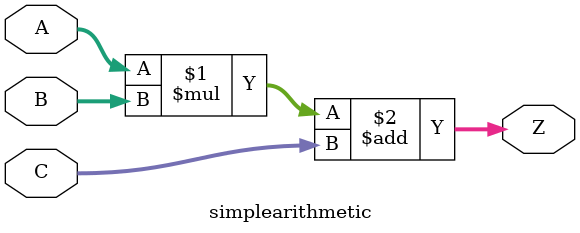
<source format=sv>
module simplearithmetic #(parameter N = 64) (
    input logic [N-1:0] A,B,C,
    output logic [N-1:0] Z);
    assign Z = (A * B) + C;
endmodule
</source>
